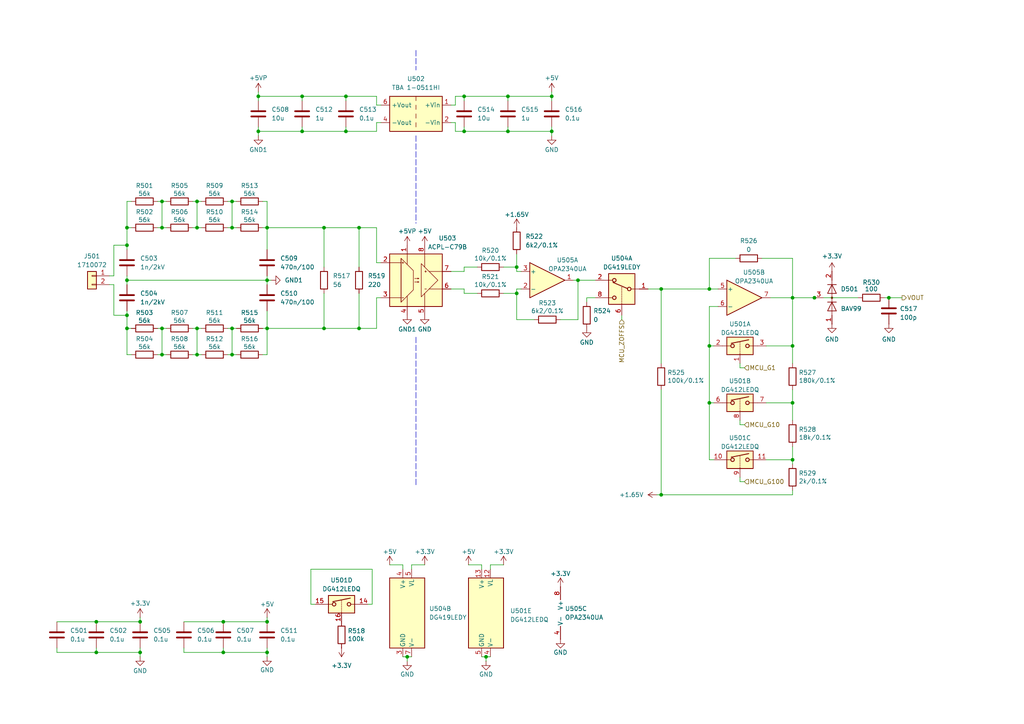
<source format=kicad_sch>
(kicad_sch (version 20231120) (generator "eeschema") (generator_version "8.0")
  (paper "A4")
  (lib_symbols
    (symbol "Amplifier_Operational:OPA2340" (pin_names (offset 0.127))
      (property "Reference" "U" (at 0 5.08 0))
      (property "Value" "OPA2340" (at 0 -5.08 0))
      (symbol "OPA2340_1_1"
        (pin output line (at 7.62 0 180) (length 2.54) (name "~") (number "1"))
        (pin input line (at -7.62 -2.54 0) (length 2.54) (name "-") (number "2"))
        (pin input line (at -7.62 2.54 0) (length 2.54) (name "+") (number "3"))
      )
      (symbol "OPA2340_2_1"
        (pin input line (at -7.62 2.54 0) (length 2.54) (name "+") (number "5"))
        (pin input line (at -7.62 -2.54 0) (length 2.54) (name "-") (number "6"))
        (pin output line (at 7.62 0 180) (length 2.54) (name "~") (number "7"))
      )
      (symbol "OPA2340_3_1"
        (pin power_in line (at -2.54 -7.62 90) (length 3.81) (name "V-") (number "4"))
        (pin power_in line (at -2.54 7.62 270) (length 3.81) (name "V+") (number "8"))
      )
    )
    (symbol "Analog_Switch:DG412xUE" (pin_names (offset 0.254))
      (property "Reference" "U" (at -3.175 5.334 0))
      (property "Value" "DG412xUE" (at -3.175 3.556 0))
      (symbol "DG412xUE_1_1"
        (pin input line (at 0 -5.08 90) (length 2.54) (name "~") (number "1"))
        (pin passive line (at -7.62 0 0) (length 2.54) (name "~") (number "2"))
        (pin passive line (at 7.62 0 180) (length 2.54) (name "~") (number "3"))
      )
      (symbol "DG412xUE_2_1"
        (pin passive line (at -7.62 0 0) (length 2.54) (name "~") (number "6"))
        (pin passive line (at 7.62 0 180) (length 2.54) (name "~") (number "7"))
        (pin input line (at 0 -5.08 90) (length 2.54) (name "~") (number "8"))
      )
      (symbol "DG412xUE_3_1"
        (pin passive line (at -7.62 0 0) (length 2.54) (name "~") (number "10"))
        (pin passive line (at 7.62 0 180) (length 2.54) (name "~") (number "11"))
        (pin input line (at 0 -5.08 90) (length 2.54) (name "~") (number "9"))
      )
      (symbol "DG412xUE_4_1"
        (pin passive line (at 7.62 0 180) (length 2.54) (name "~") (number "14"))
        (pin passive line (at -7.62 0 0) (length 2.54) (name "~") (number "15"))
        (pin input line (at 0 -5.08 90) (length 2.54) (name "~") (number "16"))
      )
      (symbol "DG412xUE_5_0"
        (pin power_in line (at 2.54 12.7 270) (length 2.54) (name "VL") (number "12"))
        (pin power_in line (at 0 12.7 270) (length 2.54) (name "V+") (number "13"))
        (pin power_in line (at 2.54 -12.7 90) (length 2.54) (name "V-") (number "4"))
        (pin power_in line (at 0 -12.7 90) (length 2.54) (name "GND") (number "5"))
      )
    )
    (symbol "Analog_Switch:DG419LDY" (pin_names (offset 0.254))
      (property "Reference" "U" (at -3.175 7.239 0))
      (property "Value" "DG419LDY" (at -3.175 5.461 0))
      (symbol "DG419LDY_1_1"
        (pin passive line (at -7.62 0 0) (length 2.54) (name "~") (number "1"))
        (pin passive line (at 7.62 2.54 180) (length 2.54) (name "~") (number "2"))
        (pin input line (at 0 -7.62 90) (length 2.54) (name "~") (number "6"))
        (pin passive line (at 7.62 -2.54 180) (length 2.54) (name "~") (number "8"))
      )
      (symbol "DG419LDY_2_0"
        (pin power_in line (at 0 -12.7 90) (length 2.54) (name "GND") (number "3"))
        (pin power_in line (at 0 12.7 270) (length 2.54) (name "V+") (number "4"))
        (pin power_in line (at 2.54 12.7 270) (length 2.54) (name "VL") (number "5"))
        (pin power_in line (at 2.54 -12.7 90) (length 2.54) (name "V-") (number "7"))
      )
    )
    (symbol "Connector_Generic:Conn_01x02" (pin_names (offset 1.016) hide)
      (property "Reference" "J" (at 0 2.54 0))
      (property "Value" "Conn_01x02" (at 0 -5.08 0))
      (symbol "Conn_01x02_1_1"
        (pin passive line (at -5.08 0 0) (length 3.81) (name "Pin_1") (number "1"))
        (pin passive line (at -5.08 -2.54 0) (length 3.81) (name "Pin_2") (number "2"))
      )
    )
    (symbol "Converter_DCDC:TBA1-0511E"
      (property "Reference" "U" (at -6.35 6.35 0))
      (property "Value" "TBA1-0511E" (at 2.54 6.35 0))
      (symbol "TBA1-0511E_1_1"
        (pin power_in line (at -10.16 2.54 0) (length 2.54) (name "+Vin") (number "1"))
        (pin power_in line (at -10.16 -2.54 0) (length 2.54) (name "-Vin") (number "2"))
        (pin power_out line (at 10.16 -2.54 180) (length 2.54) (name "-Vout") (number "4"))
        (pin power_out line (at 10.16 2.54 180) (length 2.54) (name "+Vout") (number "6"))
      )
    )
    (symbol "Device:C" (pin_numbers hide) (pin_names (offset 0.254))
      (property "Reference" "C" (at 0.635 2.54 0))
      (property "Value" "C" (at 0.635 -2.54 0))
      (symbol "C_1_1"
        (pin passive line (at 0 3.81 270) (length 2.794) (name "~") (number "1"))
        (pin passive line (at 0 -3.81 90) (length 2.794) (name "~") (number "2"))
      )
    )
    (symbol "Device:R" (pin_numbers hide) (pin_names (offset 0))
      (property "Reference" "R" (at 2.032 0 90))
      (property "Value" "R" (at 0 0 90))
      (symbol "R_1_1"
        (pin passive line (at 0 3.81 270) (length 1.27) (name "~") (number "1"))
        (pin passive line (at 0 -3.81 90) (length 1.27) (name "~") (number "2"))
      )
    )
    (symbol "Diode:BAV99" (pin_names hide)
      (property "Reference" "D" (at 0 5.08 0))
      (property "Value" "BAV99" (at 0 2.54 0))
      (symbol "BAV99_1_1"
        (pin passive line (at -7.62 0 0) (length 2.54) (name "K") (number "1"))
        (pin passive line (at 7.62 0 180) (length 2.54) (name "A") (number "2"))
        (pin passive line (at 0 -5.08 90) (length 2.54) (name "K") (number "3"))
      )
    )
    (symbol "ETH1ACPL-C79x:+1.65V" (power) (pin_numbers hide) (pin_names (offset 0) hide)
      (property "Value" "+1.65V" (at 0 3.556 0))
      (symbol "+1.65V_0_0"
        (pin power_in line (at 0 0 90) (length 0) (name "~") (number "1"))
      )
    )
    (symbol "Isolator_Analog:ACPL-C79B" (pin_names (offset 0) hide)
      (property "Reference" "U" (at -5.08 10.795 0))
      (property "Value" "ACPL-C79B" (at -5.08 8.89 0))
      (symbol "ACPL-C79B_1_1"
        (pin power_in line (at -2.54 10.16 270) (length 2.54) (name "VDD1") (number "1"))
        (pin input line (at -10.16 5.08 0) (length 2.54) (name "IN+") (number "2"))
        (pin input line (at -10.16 -5.08 0) (length 2.54) (name "IN-") (number "3"))
        (pin power_in line (at -2.54 -10.16 90) (length 2.54) (name "GND1") (number "4"))
        (pin power_in line (at 2.54 -10.16 90) (length 2.54) (name "GND2") (number "5"))
        (pin output line (at 10.16 -2.54 180) (length 2.54) (name "OUT-") (number "6"))
        (pin output line (at 10.16 2.54 180) (length 2.54) (name "OUT+") (number "7"))
        (pin power_in line (at 2.54 10.16 270) (length 2.54) (name "VDD2") (number "8"))
      )
    )
    (symbol "power:+3.3V" (power) (pin_numbers hide) (pin_names (offset 0) hide)
      (property "Value" "+3.3V" (at 0 3.556 0))
      (symbol "+3.3V_1_1"
        (pin power_in line (at 0 0 90) (length 0) (name "~") (number "1"))
      )
    )
    (symbol "power:+5V" (power) (pin_numbers hide) (pin_names (offset 0) hide)
      (property "Value" "+5V" (at 0 3.556 0))
      (symbol "+5V_1_1"
        (pin power_in line (at 0 0 90) (length 0) (name "~") (number "1"))
      )
    )
    (symbol "power:+5VP" (power) (pin_numbers hide) (pin_names (offset 0) hide)
      (property "Value" "+5VP" (at 0 3.556 0))
      (symbol "+5VP_1_1"
        (pin power_in line (at 0 0 90) (length 0) (name "~") (number "1"))
      )
    )
    (symbol "power:GND" (power) (pin_numbers hide) (pin_names (offset 0) hide)
      (property "Value" "GND" (at 0 -3.81 0))
      (symbol "GND_1_1"
        (pin power_in line (at 0 0 270) (length 0) (name "~") (number "1"))
      )
    )
    (symbol "power:GND1" (power) (pin_numbers hide) (pin_names (offset 0) hide)
      (property "Value" "GND1" (at 0 -3.81 0))
      (symbol "GND1_1_1"
        (pin power_in line (at 0 0 270) (length 0) (name "~") (number "1"))
      )
    )
  )
  (junction (at 147.32 27.94))
  (junction (at 93.98 66.04))
  (junction (at 205.74 83.82))
  (junction (at 134.62 27.94))
  (junction (at 36.83 81.28))
  (junction (at 229.87 86.36))
  (junction (at 67.31 66.04))
  (junction (at 147.32 38.1))
  (junction (at 67.31 95.25))
  (junction (at 93.98 95.25))
  (junction (at 46.99 102.87))
  (junction (at 87.63 27.94))
  (junction (at 77.47 95.25))
  (junction (at 46.99 95.25))
  (junction (at 67.31 58.42))
  (junction (at 46.99 66.04))
  (junction (at 229.87 133.35))
  (junction (at 40.64 189.23))
  (junction (at 74.93 38.1))
  (junction (at 36.83 95.25))
  (junction (at 46.99 58.42))
  (junction (at 149.86 77.47))
  (junction (at 167.64 81.28))
  (junction (at 67.31 102.87))
  (junction (at 160.02 38.1))
  (junction (at 205.74 100.33))
  (junction (at 40.64 180.34))
  (junction (at 27.94 189.23))
  (junction (at 57.15 66.04))
  (junction (at 77.47 81.28))
  (junction (at 100.33 27.94))
  (junction (at 229.87 116.84))
  (junction (at 104.14 95.25))
  (junction (at 149.86 85.09))
  (junction (at 118.11 190.5))
  (junction (at 64.77 189.23))
  (junction (at 57.15 58.42))
  (junction (at 236.22 86.36))
  (junction (at 74.93 27.94))
  (junction (at 140.97 190.5))
  (junction (at 36.83 66.04))
  (junction (at 27.94 180.34))
  (junction (at 77.47 189.23))
  (junction (at 191.77 83.82))
  (junction (at 229.87 100.33))
  (junction (at 160.02 27.94))
  (junction (at 191.77 143.51))
  (junction (at 104.14 66.04))
  (junction (at 36.83 91.44))
  (junction (at 134.62 38.1))
  (junction (at 36.83 71.12))
  (junction (at 77.47 180.34))
  (junction (at 77.47 66.04))
  (junction (at 87.63 38.1))
  (junction (at 100.33 38.1))
  (junction (at 257.81 86.36))
  (junction (at 64.77 180.34))
  (junction (at 57.15 95.25))
  (junction (at 205.74 116.84))
  (junction (at 57.15 102.87))
  (wire (pts (xy 149.86 78.74) (xy 149.86 77.47)))
  (wire (pts (xy 33.02 91.44) (xy 33.02 82.55)))
  (polyline (pts (xy 120.65 14.605) (xy 120.65 20.32)) (stroke (width 0) (type dash)))
  (wire (pts (xy 215.9 123.19) (xy 214.63 123.19)))
  (wire (pts (xy 55.88 66.04) (xy 57.15 66.04)))
  (wire (pts (xy 87.63 38.1) (xy 100.33 38.1)))
  (wire (pts (xy 66.04 66.04) (xy 67.31 66.04)))
  (wire (pts (xy 162.56 92.71) (xy 167.64 92.71)))
  (wire (pts (xy 77.47 189.23) (xy 77.47 187.96)))
  (wire (pts (xy 134.62 78.74) (xy 130.81 78.74)))
  (wire (pts (xy 77.47 102.87) (xy 76.2 102.87)))
  (wire (pts (xy 109.22 76.2) (xy 109.22 66.04)))
  (wire (pts (xy 134.62 27.94) (xy 147.32 27.94)))
  (wire (pts (xy 109.22 30.48) (xy 109.22 27.94)))
  (wire (pts (xy 36.83 91.44) (xy 36.83 95.25)))
  (wire (pts (xy 77.47 95.25) (xy 93.98 95.25)))
  (wire (pts (xy 109.22 66.04) (xy 104.14 66.04)))
  (wire (pts (xy 132.08 27.94) (xy 134.62 27.94)))
  (wire (pts (xy 57.15 66.04) (xy 58.42 66.04)))
  (wire (pts (xy 16.51 189.23) (xy 27.94 189.23)))
  (wire (pts (xy 205.74 133.35) (xy 205.74 116.84)))
  (wire (pts (xy 160.02 38.1) (xy 147.32 38.1)))
  (wire (pts (xy 132.08 38.1) (xy 132.08 35.56)))
  (wire (pts (xy 110.49 30.48) (xy 109.22 30.48)))
  (wire (pts (xy 257.81 86.36) (xy 261.62 86.36)))
  (wire (pts (xy 66.04 95.25) (xy 67.31 95.25)))
  (wire (pts (xy 67.31 66.04) (xy 68.58 66.04)))
  (wire (pts (xy 229.87 143.51) (xy 229.87 142.24)))
  (wire (pts (xy 109.22 95.25) (xy 104.14 95.25)))
  (wire (pts (xy 134.62 85.09) (xy 134.62 83.82)))
  (wire (pts (xy 205.74 116.84) (xy 205.74 100.33)))
  (wire (pts (xy 107.95 175.26) (xy 106.68 175.26)))
  (wire (pts (xy 100.33 38.1) (xy 100.33 36.83)))
  (wire (pts (xy 46.99 95.25) (xy 46.99 102.87)))
  (wire (pts (xy 46.99 58.42) (xy 46.99 66.04)))
  (wire (pts (xy 64.77 180.34) (xy 77.47 180.34)))
  (wire (pts (xy 55.88 102.87) (xy 57.15 102.87)))
  (wire (pts (xy 160.02 36.83) (xy 160.02 38.1)))
  (wire (pts (xy 205.74 100.33) (xy 207.01 100.33)))
  (wire (pts (xy 77.47 81.28) (xy 78.74 81.28)))
  (wire (pts (xy 57.15 58.42) (xy 57.15 66.04)))
  (wire (pts (xy 147.32 27.94) (xy 147.32 29.21)))
  (wire (pts (xy 140.97 190.5) (xy 140.97 191.77)))
  (wire (pts (xy 134.62 38.1) (xy 134.62 36.83)))
  (wire (pts (xy 104.14 77.47) (xy 104.14 66.04)))
  (wire (pts (xy 64.77 189.23) (xy 77.47 189.23)))
  (wire (pts (xy 77.47 90.17) (xy 77.47 95.25)))
  (wire (pts (xy 57.15 95.25) (xy 57.15 102.87)))
  (wire (pts (xy 154.94 92.71) (xy 149.86 92.71)))
  (wire (pts (xy 222.25 100.33) (xy 229.87 100.33)))
  (wire (pts (xy 160.02 39.37) (xy 160.02 38.1)))
  (wire (pts (xy 205.74 100.33) (xy 205.74 88.9)))
  (wire (pts (xy 180.34 91.44) (xy 180.34 92.71)))
  (wire (pts (xy 38.1 102.87) (xy 36.83 102.87)))
  (wire (pts (xy 134.62 77.47) (xy 134.62 78.74)))
  (wire (pts (xy 167.64 81.28) (xy 166.37 81.28)))
  (wire (pts (xy 109.22 38.1) (xy 100.33 38.1)))
  (wire (pts (xy 67.31 102.87) (xy 68.58 102.87)))
  (wire (pts (xy 191.77 113.03) (xy 191.77 143.51)))
  (wire (pts (xy 214.63 106.68) (xy 214.63 105.41)))
  (wire (pts (xy 229.87 86.36) (xy 223.52 86.36)))
  (wire (pts (xy 77.47 81.28) (xy 77.47 80.01)))
  (wire (pts (xy 205.74 83.82) (xy 208.28 83.82)))
  (wire (pts (xy 53.34 180.34) (xy 64.77 180.34)))
  (wire (pts (xy 160.02 29.21) (xy 160.02 27.94)))
  (wire (pts (xy 77.47 81.28) (xy 77.47 82.55)))
  (wire (pts (xy 205.74 83.82) (xy 205.74 74.93)))
  (wire (pts (xy 116.84 190.5) (xy 118.11 190.5)))
  (wire (pts (xy 36.83 81.28) (xy 77.47 81.28)))
  (wire (pts (xy 36.83 71.12) (xy 36.83 72.39)))
  (wire (pts (xy 147.32 38.1) (xy 134.62 38.1)))
  (wire (pts (xy 33.02 71.12) (xy 36.83 71.12)))
  (wire (pts (xy 66.04 58.42) (xy 67.31 58.42)))
  (wire (pts (xy 55.88 95.25) (xy 57.15 95.25)))
  (wire (pts (xy 93.98 77.47) (xy 93.98 66.04)))
  (wire (pts (xy 236.22 86.36) (xy 248.92 86.36)))
  (wire (pts (xy 45.72 102.87) (xy 46.99 102.87)))
  (wire (pts (xy 67.31 95.25) (xy 68.58 95.25)))
  (wire (pts (xy 146.05 77.47) (xy 149.86 77.47)))
  (polyline (pts (xy 120.65 39.37) (xy 120.65 64.77)) (stroke (width 0) (type dash)))
  (wire (pts (xy 109.22 86.36) (xy 109.22 95.25)))
  (wire (pts (xy 31.75 82.55) (xy 33.02 82.55)))
  (wire (pts (xy 53.34 187.96) (xy 53.34 189.23)))
  (wire (pts (xy 229.87 133.35) (xy 229.87 129.54)))
  (wire (pts (xy 36.83 66.04) (xy 36.83 58.42)))
  (wire (pts (xy 160.02 26.67) (xy 160.02 27.94)))
  (wire (pts (xy 36.83 81.28) (xy 36.83 82.55)))
  (wire (pts (xy 36.83 80.01) (xy 36.83 81.28)))
  (wire (pts (xy 31.75 80.01) (xy 33.02 80.01)))
  (wire (pts (xy 109.22 35.56) (xy 109.22 38.1)))
  (wire (pts (xy 132.08 38.1) (xy 134.62 38.1)))
  (wire (pts (xy 229.87 133.35) (xy 229.87 134.62)))
  (wire (pts (xy 167.64 92.71) (xy 167.64 81.28)))
  (wire (pts (xy 146.05 163.83) (xy 142.24 163.83)))
  (wire (pts (xy 191.77 83.82) (xy 191.77 105.41)))
  (wire (pts (xy 76.2 95.25) (xy 77.47 95.25)))
  (wire (pts (xy 87.63 36.83) (xy 87.63 38.1)))
  (wire (pts (xy 45.72 95.25) (xy 46.99 95.25)))
  (wire (pts (xy 146.05 85.09) (xy 149.86 85.09)))
  (wire (pts (xy 132.08 30.48) (xy 130.81 30.48)))
  (wire (pts (xy 46.99 95.25) (xy 48.26 95.25)))
  (wire (pts (xy 191.77 143.51) (xy 229.87 143.51)))
  (wire (pts (xy 139.7 165.1) (xy 139.7 163.83)))
  (wire (pts (xy 57.15 58.42) (xy 58.42 58.42)))
  (wire (pts (xy 33.02 71.12) (xy 33.02 80.01)))
  (wire (pts (xy 36.83 58.42) (xy 38.1 58.42)))
  (wire (pts (xy 205.74 88.9) (xy 208.28 88.9)))
  (wire (pts (xy 100.33 27.94) (xy 87.63 27.94)))
  (wire (pts (xy 229.87 116.84) (xy 229.87 113.03)))
  (wire (pts (xy 187.96 83.82) (xy 191.77 83.82)))
  (wire (pts (xy 151.13 83.82) (xy 149.86 83.82)))
  (wire (pts (xy 132.08 35.56) (xy 130.81 35.56)))
  (wire (pts (xy 139.7 163.83) (xy 135.89 163.83)))
  (wire (pts (xy 256.54 86.36) (xy 257.81 86.36)))
  (wire (pts (xy 36.83 90.17) (xy 36.83 91.44)))
  (wire (pts (xy 104.14 95.25) (xy 104.14 85.09)))
  (wire (pts (xy 90.17 175.26) (xy 90.17 165.1)))
  (wire (pts (xy 93.98 95.25) (xy 93.98 85.09)))
  (wire (pts (xy 74.93 27.94) (xy 74.93 29.21)))
  (wire (pts (xy 110.49 86.36) (xy 109.22 86.36)))
  (wire (pts (xy 119.38 163.83) (xy 119.38 165.1)))
  (wire (pts (xy 229.87 116.84) (xy 229.87 121.92)))
  (wire (pts (xy 138.43 77.47) (xy 134.62 77.47)))
  (wire (pts (xy 205.74 116.84) (xy 207.01 116.84)))
  (wire (pts (xy 118.11 190.5) (xy 118.11 191.77)))
  (wire (pts (xy 77.47 66.04) (xy 76.2 66.04)))
  (wire (pts (xy 170.18 86.36) (xy 172.72 86.36)))
  (wire (pts (xy 215.9 106.68) (xy 214.63 106.68)))
  (wire (pts (xy 77.47 95.25) (xy 77.47 102.87)))
  (wire (pts (xy 222.25 133.35) (xy 229.87 133.35)))
  (wire (pts (xy 38.1 66.04) (xy 36.83 66.04)))
  (wire (pts (xy 40.64 179.07) (xy 40.64 180.34)))
  (wire (pts (xy 132.08 27.94) (xy 132.08 30.48)))
  (wire (pts (xy 36.83 95.25) (xy 38.1 95.25)))
  (wire (pts (xy 74.93 38.1) (xy 87.63 38.1)))
  (wire (pts (xy 77.47 58.42) (xy 77.47 66.04)))
  (wire (pts (xy 46.99 66.04) (xy 48.26 66.04)))
  (wire (pts (xy 149.86 85.09) (xy 149.86 92.71)))
  (wire (pts (xy 33.02 91.44) (xy 36.83 91.44)))
  (wire (pts (xy 67.31 58.42) (xy 68.58 58.42)))
  (wire (pts (xy 167.64 81.28) (xy 172.72 81.28)))
  (wire (pts (xy 36.83 66.04) (xy 36.83 71.12)))
  (wire (pts (xy 55.88 58.42) (xy 57.15 58.42)))
  (wire (pts (xy 215.9 139.7) (xy 214.63 139.7)))
  (wire (pts (xy 77.47 66.04) (xy 93.98 66.04)))
  (wire (pts (xy 45.72 58.42) (xy 46.99 58.42)))
  (wire (pts (xy 36.83 102.87) (xy 36.83 95.25)))
  (wire (pts (xy 66.04 102.87) (xy 67.31 102.87)))
  (wire (pts (xy 149.86 83.82) (xy 149.86 85.09)))
  (wire (pts (xy 40.64 189.23) (xy 40.64 187.96)))
  (wire (pts (xy 90.17 165.1) (xy 107.95 165.1)))
  (wire (pts (xy 67.31 95.25) (xy 67.31 102.87)))
  (wire (pts (xy 46.99 58.42) (xy 48.26 58.42)))
  (wire (pts (xy 190.5 143.51) (xy 191.77 143.51)))
  (wire (pts (xy 147.32 36.83) (xy 147.32 38.1)))
  (wire (pts (xy 134.62 27.94) (xy 134.62 29.21)))
  (wire (pts (xy 76.2 58.42) (xy 77.47 58.42)))
  (wire (pts (xy 46.99 102.87) (xy 48.26 102.87)))
  (wire (pts (xy 40.64 190.5) (xy 40.64 189.23)))
  (wire (pts (xy 207.01 133.35) (xy 205.74 133.35)))
  (wire (pts (xy 27.94 187.96) (xy 27.94 189.23)))
  (wire (pts (xy 229.87 100.33) (xy 229.87 86.36)))
  (wire (pts (xy 77.47 66.04) (xy 77.47 72.39)))
  (polyline (pts (xy 120.65 97.79) (xy 120.65 140.97)) (stroke (width 0) (type dash)))
  (wire (pts (xy 110.49 76.2) (xy 109.22 76.2)))
  (wire (pts (xy 214.63 139.7) (xy 214.63 138.43)))
  (wire (pts (xy 107.95 165.1) (xy 107.95 175.26)))
  (wire (pts (xy 57.15 95.25) (xy 58.42 95.25)))
  (wire (pts (xy 64.77 187.96) (xy 64.77 189.23)))
  (wire (pts (xy 74.93 26.67) (xy 74.93 27.94)))
  (wire (pts (xy 77.47 190.5) (xy 77.47 189.23)))
  (wire (pts (xy 45.72 66.04) (xy 46.99 66.04)))
  (wire (pts (xy 149.86 73.66) (xy 149.86 77.47)))
  (wire (pts (xy 170.18 87.63) (xy 170.18 86.36)))
  (wire (pts (xy 100.33 27.94) (xy 109.22 27.94)))
  (wire (pts (xy 110.49 35.56) (xy 109.22 35.56)))
  (wire (pts (xy 100.33 29.21) (xy 100.33 27.94)))
  (wire (pts (xy 139.7 190.5) (xy 140.97 190.5)))
  (wire (pts (xy 53.34 189.23) (xy 64.77 189.23)))
  (wire (pts (xy 236.22 86.36) (xy 229.87 86.36)))
  (wire (pts (xy 138.43 85.09) (xy 134.62 85.09)))
  (wire (pts (xy 74.93 38.1) (xy 74.93 36.83)))
  (wire (pts (xy 93.98 66.04) (xy 104.14 66.04)))
  (wire (pts (xy 116.84 165.1) (xy 116.84 163.83)))
  (wire (pts (xy 57.15 102.87) (xy 58.42 102.87)))
  (wire (pts (xy 91.44 175.26) (xy 90.17 175.26)))
  (wire (pts (xy 87.63 27.94) (xy 74.93 27.94)))
  (wire (pts (xy 147.32 27.94) (xy 160.02 27.94)))
  (wire (pts (xy 142.24 163.83) (xy 142.24 165.1)))
  (wire (pts (xy 77.47 179.07) (xy 77.47 180.34)))
  (wire (pts (xy 93.98 95.25) (xy 104.14 95.25)))
  (wire (pts (xy 229.87 105.41) (xy 229.87 100.33)))
  (wire (pts (xy 191.77 83.82) (xy 205.74 83.82)))
  (wire (pts (xy 134.62 83.82) (xy 130.81 83.82)))
  (wire (pts (xy 229.87 74.93) (xy 229.87 86.36)))
  (wire (pts (xy 27.94 180.34) (xy 40.64 180.34)))
  (wire (pts (xy 151.13 78.74) (xy 149.86 78.74)))
  (wire (pts (xy 16.51 180.34) (xy 27.94 180.34)))
  (wire (pts (xy 222.25 116.84) (xy 229.87 116.84)))
  (wire (pts (xy 123.19 163.83) (xy 119.38 163.83)))
  (wire (pts (xy 140.97 190.5) (xy 142.24 190.5)))
  (wire (pts (xy 214.63 123.19) (xy 214.63 121.92)))
  (wire (pts (xy 67.31 58.42) (xy 67.31 66.04)))
  (wire (pts (xy 87.63 27.94) (xy 87.63 29.21)))
  (wire (pts (xy 116.84 163.83) (xy 113.03 163.83)))
  (wire (pts (xy 220.98 74.93) (xy 229.87 74.93)))
  (wire (pts (xy 27.94 189.23) (xy 40.64 189.23)))
  (wire (pts (xy 205.74 74.93) (xy 213.36 74.93)))
  (wire (pts (xy 118.11 190.5) (xy 119.38 190.5)))
  (wire (pts (xy 16.51 187.96) (xy 16.51 189.23)))
  (wire (pts (xy 74.93 39.37) (xy 74.93 38.1)))
  (hierarchical_label "VOUT" (shape output) (at 261.62 86.36 0))
  (hierarchical_label "MCU_ZOFFS" (shape input) (at 180.34 92.71 270))
  (hierarchical_label "MCU_G100" (shape input) (at 215.9 139.7 0))
  (hierarchical_label "MCU_G1" (shape input) (at 215.9 106.68 0))
  (hierarchical_label "MCU_G10" (shape input) (at 215.9 123.19 0))
  (symbol (lib_id "Device:C") (at 77.47 184.15 0) (unit 1)
    (property "Reference" "C511" (at 81.28 182.88 0) (effects (justify left)))
    (property "Value" "0.1u" (at 81.28 185.42 0) (effects (justify left)))
    (property "Footprint" "Capacitor_SMD:C_0603_1608Metric_Pad1.08x0.95mm_HandSolder" (effects (hide yes)))
  )
  (symbol (lib_id "Amplifier_Operational:OPA2340") (at 215.9 86.36 0) (unit 2)
    (property "Reference" "U505" (at 218.694 78.994 0))
    (property "Value" "OPA2340UA" (at 218.694 81.534 0))
    (property "Footprint" "Package_SO:SOIC-8_3.9x4.9mm_P1.27mm" (effects (hide yes)))
    (property "Datasheet" "http://www.ti.com/lit/ds/symlink/opa4340.pdf" (effects (hide yes)))
    (property "Description" "Dual Single-Supply, Rail-to-Rail Operational Amplifiers, MicroAmplifier Series, DIP-8/SOIC-8/SSOP-8" (effects (hide yes)))
  )
  (symbol (lib_id "Device:R") (at 41.91 102.87 90) (unit 1)
    (property "Reference" "R504" (at 41.91 98.298 90))
    (property "Value" "56k" (at 41.91 100.584 90))
    (property "Footprint" "Resistor_SMD:R_1206_3216Metric_Pad1.30x1.75mm_HandSolder" (effects (hide yes)))
    (property "Description" "Resistor" (effects (hide yes)))
  )
  (symbol (lib_id "Device:R") (at 149.86 69.85 0) (unit 1)
    (property "Reference" "R522" (at 152.4 68.5799 0) (effects (justify left)))
    (property "Value" "6k2/0.1%" (at 152.4 71.1199 0) (effects (justify left)))
    (property "Footprint" "Resistor_SMD:R_0603_1608Metric_Pad0.98x0.95mm_HandSolder" (effects (hide yes)))
    (property "Description" "Resistor" (effects (hide yes)))
  )
  (symbol (lib_id "Device:C") (at 160.02 33.02 0) (unit 1)
    (property "Reference" "C516" (at 163.83 31.7499 0) (effects (justify left)))
    (property "Value" "0.1u" (at 163.83 34.2899 0) (effects (justify left)))
    (property "Footprint" "Capacitor_SMD:C_0603_1608Metric_Pad1.08x0.95mm_HandSolder" (effects (hide yes)))
    (property "Description" "Unpolarized capacitor" (effects (hide yes)))
  )
  (symbol (lib_id "Device:R") (at 41.91 66.04 90) (unit 1)
    (property "Reference" "R502" (at 41.91 61.468 90))
    (property "Value" "56k" (at 41.91 63.754 90))
    (property "Footprint" "Resistor_SMD:R_1206_3216Metric_Pad1.30x1.75mm_HandSolder" (effects (hide yes)))
    (property "Description" "Resistor" (effects (hide yes)))
  )
  (symbol (lib_id "Device:R") (at 52.07 58.42 90) (unit 1)
    (property "Reference" "R505" (at 52.07 53.848 90))
    (property "Value" "56k" (at 52.07 56.134 90))
    (property "Footprint" "Resistor_SMD:R_1206_3216Metric_Pad1.30x1.75mm_HandSolder" (effects (hide yes)))
    (property "Description" "Resistor" (effects (hide yes)))
  )
  (symbol (lib_id "Device:C") (at 40.64 184.15 0) (unit 1)
    (property "Reference" "C505" (at 44.45 182.88 0) (effects (justify left)))
    (property "Value" "0.1u" (at 44.45 185.42 0) (effects (justify left)))
    (property "Footprint" "Capacitor_SMD:C_0603_1608Metric_Pad1.08x0.95mm_HandSolder" (effects (hide yes)))
  )
  (symbol (lib_id "power:+5V") (at 160.02 26.67 0) (unit 1)
    (property "Reference" "#PWR0520" (effects (hide yes)))
    (property "Value" "+5V" (at 160.02 22.606 0))
    (property "Description" "Power symbol creates a global label with name \"+5V\"" (effects (hide yes)))
  )
  (symbol (lib_id "Device:R") (at 229.87 109.22 0) (unit 1)
    (property "Reference" "R527" (at 231.648 108.0516 0) (effects (justify left)))
    (property "Value" "180k/0.1%" (at 231.648 110.363 0) (effects (justify left)))
    (property "Footprint" "Resistor_SMD:R_0603_1608Metric_Pad0.98x0.95mm_HandSolder" (effects (hide yes)))
  )
  (symbol (lib_id "Device:R") (at 158.75 92.71 90) (unit 1)
    (property "Reference" "R523" (at 158.75 87.884 90))
    (property "Value" "6k2/0.1%" (at 158.75 90.17 90))
    (property "Footprint" "Resistor_SMD:R_0603_1608Metric_Pad0.98x0.95mm_HandSolder" (effects (hide yes)))
    (property "Description" "Resistor" (effects (hide yes)))
  )
  (symbol (lib_id "power:GND") (at 162.56 185.42 0) (unit 1)
    (property "Reference" "#PWR0523" (effects (hide yes)))
    (property "Value" "GND" (at 162.56 189.23 0))
    (property "Description" "Power symbol creates a global label with name \"GND\" , ground" (effects (hide yes)))
  )
  (symbol (lib_id "Device:C") (at 87.63 33.02 0) (unit 1)
    (property "Reference" "C512" (at 91.44 31.7499 0) (effects (justify left)))
    (property "Value" "1u" (at 91.44 34.2899 0) (effects (justify left)))
    (property "Footprint" "Capacitor_SMD:C_0603_1608Metric_Pad1.08x0.95mm_HandSolder" (effects (hide yes)))
    (property "Description" "Unpolarized capacitor" (effects (hide yes)))
  )
  (symbol (lib_id "power:GND1") (at 118.11 91.44 0) (unit 1)
    (property "Reference" "#PWR0511" (effects (hide yes)))
    (property "Value" "GND1" (at 118.11 95.504 0))
    (property "Description" "Power symbol creates a global label with name \"GND1\" , ground" (effects (hide yes)))
  )
  (symbol (lib_id "Device:R") (at 72.39 102.87 90) (unit 1)
    (property "Reference" "R516" (at 72.39 98.298 90))
    (property "Value" "56k" (at 72.39 100.584 90))
    (property "Footprint" "Resistor_SMD:R_1206_3216Metric_Pad1.30x1.75mm_HandSolder" (effects (hide yes)))
    (property "Description" "Resistor" (effects (hide yes)))
  )
  (symbol (lib_id "Device:C") (at 134.62 33.02 0) (unit 1)
    (property "Reference" "C514" (at 138.43 31.7499 0) (effects (justify left)))
    (property "Value" "10u" (at 138.43 34.2899 0) (effects (justify left)))
    (property "Footprint" "Capacitor_SMD:C_1206_3216Metric_Pad1.33x1.80mm_HandSolder" (effects (hide yes)))
    (property "Description" "Unpolarized capacitor" (effects (hide yes)))
  )
  (symbol (lib_id "Device:R") (at 72.39 95.25 90) (unit 1)
    (property "Reference" "R515" (at 72.39 90.678 90))
    (property "Value" "56k" (at 72.39 92.964 90))
    (property "Footprint" "Resistor_SMD:R_1206_3216Metric_Pad1.30x1.75mm_HandSolder" (effects (hide yes)))
    (property "Description" "Resistor" (effects (hide yes)))
  )
  (symbol (lib_id "power:GND") (at 123.19 91.44 0) (unit 1)
    (property "Reference" "#PWR0514" (effects (hide yes)))
    (property "Value" "GND" (at 123.19 95.504 0))
    (property "Description" "Power symbol creates a global label with name \"GND\" , ground" (effects (hide yes)))
  )
  (symbol (lib_id "power:GND1") (at 74.93 39.37 0) (unit 1)
    (property "Reference" "#PWR0504" (effects (hide yes)))
    (property "Value" "GND1" (at 74.93 43.434 0))
    (property "Description" "Power symbol creates a global label with name \"GND1\" , ground" (effects (hide yes)))
  )
  (symbol (lib_id "Device:R") (at 142.24 77.47 90) (unit 1)
    (property "Reference" "R520" (at 142.24 72.644 90))
    (property "Value" "10k/0.1%" (at 142.24 74.93 90))
    (property "Footprint" "Resistor_SMD:R_0603_1608Metric_Pad0.98x0.95mm_HandSolder" (effects (hide yes)))
    (property "Description" "Resistor" (effects (hide yes)))
  )
  (symbol (lib_id "power:+5V") (at 77.47 179.07 0) (unit 1)
    (property "Reference" "#PWR0506" (effects (hide yes)))
    (property "Value" "+5V" (at 77.47 175.26 0))
    (property "Description" "Power symbol creates a global label with name \"+5V\"" (effects (hide yes)))
  )
  (symbol (lib_id "Device:C") (at 77.47 76.2 0) (unit 1)
    (property "Reference" "C509" (at 81.28 74.9299 0) (effects (justify left)))
    (property "Value" "470n/100" (at 81.28 77.4699 0) (effects (justify left)))
    (property "Footprint" "Capacitor_SMD:C_0603_1608Metric_Pad1.08x0.95mm_HandSolder" (effects (hide yes)))
    (property "Description" "Unpolarized capacitor" (effects (hide yes)))
  )
  (symbol (lib_id "Device:R") (at 62.23 102.87 90) (unit 1)
    (property "Reference" "R512" (at 62.23 98.298 90))
    (property "Value" "56k" (at 62.23 100.584 90))
    (property "Footprint" "Resistor_SMD:R_1206_3216Metric_Pad1.30x1.75mm_HandSolder" (effects (hide yes)))
    (property "Description" "Resistor" (effects (hide yes)))
  )
  (symbol (lib_id "Device:R") (at 93.98 81.28 0) (unit 1)
    (property "Reference" "R517" (at 96.52 80.0099 0) (effects (justify left)))
    (property "Value" "56" (at 96.52 82.5499 0) (effects (justify left)))
    (property "Footprint" "Resistor_SMD:R_0603_1608Metric_Pad0.98x0.95mm_HandSolder" (effects (hide yes)))
    (property "Description" "Resistor" (effects (hide yes)))
  )
  (symbol (lib_id "Amplifier_Operational:OPA2340") (at 158.75 81.28 0) (unit 1)
    (property "Reference" "U505" (at 164.592 75.438 0))
    (property "Value" "OPA2340UA" (at 164.592 77.978 0))
    (property "Footprint" "Package_SO:SOIC-8_3.9x4.9mm_P1.27mm" (effects (hide yes)))
    (property "Datasheet" "http://www.ti.com/lit/ds/symlink/opa4340.pdf" (effects (hide yes)))
    (property "Description" "Dual Single-Supply, Rail-to-Rail Operational Amplifiers, MicroAmplifier Series, DIP-8/SOIC-8/SSOP-8" (effects (hide yes)))
  )
  (symbol (lib_id "ETH1ACPL-C79x:+1.65V") (at 190.5 143.51 90) (unit 1)
    (property "Reference" "#PWR0525" (effects (hide yes)))
    (property "Value" "+1.65V" (at 186.69 143.5099 90) (effects (justify left)))
    (property "Description" "Power symbol creates a global label with name \"+1.65V\"" (effects (hide yes)))
  )
  (symbol (lib_id "Connector_Generic:Conn_01x02") (at 26.67 80.01 0) (mirror y) (unit 1)
    (property "Reference" "J501" (at 26.67 74.295 0))
    (property "Value" "1710072" (at 26.67 76.835 0))
    (property "Footprint" "ETH1ACPL-C79x:1710072" (effects (hide yes)))
  )
  (symbol (lib_id "Analog_Switch:DG412xUE") (at 99.06 175.26 0) (unit 4)
    (property "Reference" "U501" (at 99.06 168.275 0))
    (property "Value" "DG412LEDQ" (at 99.06 170.815 0))
    (property "Footprint" "Package_SO:TSSOP-16_4.4x5mm_P0.65mm" (effects (hide yes)))
    (property "Datasheet" "https://datasheets.maximintegrated.com/en/ds/DG411-DG413.pdf" (effects (hide yes)))
  )
  (symbol (lib_id "Device:C") (at 16.51 184.15 0) (unit 1)
    (property "Reference" "C501" (at 20.32 182.88 0) (effects (justify left)))
    (property "Value" "0.1u" (at 20.32 185.42 0) (effects (justify left)))
    (property "Footprint" "Capacitor_SMD:C_0603_1608Metric_Pad1.08x0.95mm_HandSolder" (effects (hide yes)))
  )
  (symbol (lib_id "power:GND") (at 160.02 39.37 0) (unit 1)
    (property "Reference" "#PWR0521" (effects (hide yes)))
    (property "Value" "GND" (at 160.02 43.434 0))
    (property "Description" "Power symbol creates a global label with name \"GND\" , ground" (effects (hide yes)))
  )
  (symbol (lib_id "Device:R") (at 52.07 95.25 90) (unit 1)
    (property "Reference" "R507" (at 52.07 90.678 90))
    (property "Value" "56k" (at 52.07 92.964 90))
    (property "Footprint" "Resistor_SMD:R_1206_3216Metric_Pad1.30x1.75mm_HandSolder" (effects (hide yes)))
    (property "Description" "Resistor" (effects (hide yes)))
  )
  (symbol (lib_id "power:+3.3V") (at 241.3 78.74 0) (unit 1)
    (property "Reference" "#PWR0526" (effects (hide yes)))
    (property "Value" "+3.3V" (at 241.3 74.295 0))
    (property "Description" "Power symbol creates a global label with name \"+3.3V\"" (effects (hide yes)))
  )
  (symbol (lib_id "power:+3.3V") (at 123.19 163.83 0) (unit 1)
    (property "Reference" "#PWR0515" (effects (hide yes)))
    (property "Value" "+3.3V" (at 123.19 160.02 0))
    (property "Description" "Power symbol creates a global label with name \"+3.3V\"" (effects (hide yes)))
  )
  (symbol (lib_id "Device:R") (at 62.23 95.25 90) (unit 1)
    (property "Reference" "R511" (at 62.23 90.678 90))
    (property "Value" "56k" (at 62.23 92.964 90))
    (property "Footprint" "Resistor_SMD:R_1206_3216Metric_Pad1.30x1.75mm_HandSolder" (effects (hide yes)))
    (property "Description" "Resistor" (effects (hide yes)))
  )
  (symbol (lib_id "Analog_Switch:DG419LDY") (at 116.84 177.8 0) (unit 2)
    (property "Reference" "U504" (at 124.46 176.53 0) (effects (justify left)))
    (property "Value" "DG419LEDY" (at 124.46 179.07 0) (effects (justify left)))
    (property "Footprint" "Package_SO:SOIC-8_3.9x4.9mm_P1.27mm" (effects (hide yes)))
    (property "Datasheet" "https://datasheets.maximintegrated.com/en/ds/DG417-DG419.pdf" (effects (hide yes)))
  )
  (symbol (lib_id "Device:C") (at 257.81 90.17 0) (unit 1)
    (property "Reference" "C517" (at 260.985 89.535 0) (effects (justify left)))
    (property "Value" "100p" (at 260.985 92.075 0) (effects (justify left)))
    (property "Footprint" "Capacitor_SMD:C_0603_1608Metric_Pad1.08x0.95mm_HandSolder" (effects (hide yes)))
  )
  (symbol (lib_id "Device:C") (at 53.34 184.15 0) (unit 1)
    (property "Reference" "C506" (at 57.15 182.88 0) (effects (justify left)))
    (property "Value" "0.1u" (at 57.15 185.42 0) (effects (justify left)))
    (property "Footprint" "Capacitor_SMD:C_0603_1608Metric_Pad1.08x0.95mm_HandSolder" (effects (hide yes)))
  )
  (symbol (lib_id "Converter_DCDC:TBA1-0511E") (at 120.65 33.02 0) (mirror y) (unit 1)
    (property "Reference" "U502" (at 120.65 22.86 0))
    (property "Value" "TBA 1-0511HI" (at 120.65 25.4 0))
    (property "Footprint" "ETH1ACPL-C79x:TBA1" (effects (hide yes)))
    (property "Datasheet" "https://www.tracopower.com/products/tba1e.pdf" (effects (hide yes)))
    (property "Description" "1W DC/DC converter unregulated, 4.5-5.5V input, 5V fixed output voltage, 200mA output, 1.5kVDC isolation, SIP-7" (effects (hide yes)))
  )
  (symbol (lib_id "Analog_Switch:DG412xUE") (at 139.7 177.8 0) (unit 5)
    (property "Reference" "U501" (at 147.955 177.165 0) (effects (justify left)))
    (property "Value" "DG412LEDQ" (at 147.955 179.705 0) (effects (justify left)))
    (property "Footprint" "Package_SO:TSSOP-16_4.4x5mm_P0.65mm" (effects (hide yes)))
    (property "Datasheet" "https://datasheets.maximintegrated.com/en/ds/DG411-DG413.pdf" (effects (hide yes)))
  )
  (symbol (lib_id "Device:R") (at 142.24 85.09 90) (unit 1)
    (property "Reference" "R521" (at 142.24 80.264 90))
    (property "Value" "10k/0.1%" (at 142.24 82.55 90))
    (property "Footprint" "Resistor_SMD:R_0603_1608Metric_Pad0.98x0.95mm_HandSolder" (effects (hide yes)))
    (property "Description" "Resistor" (effects (hide yes)))
  )
  (symbol (lib_id "Device:R") (at 72.39 66.04 90) (unit 1)
    (property "Reference" "R514" (at 72.39 61.468 90))
    (property "Value" "56k" (at 72.39 63.754 90))
    (property "Footprint" "Resistor_SMD:R_1206_3216Metric_Pad1.30x1.75mm_HandSolder" (effects (hide yes)))
    (property "Description" "Resistor" (effects (hide yes)))
  )
  (symbol (lib_id "power:GND") (at 170.18 95.25 0) (unit 1)
    (property "Reference" "#PWR0524" (effects (hide yes)))
    (property "Value" "GND" (at 170.18 99.314 0))
    (property "Description" "Power symbol creates a global label with name \"GND\" , ground" (effects (hide yes)))
  )
  (symbol (lib_id "power:+5VP") (at 118.11 71.12 0) (unit 1)
    (property "Reference" "#PWR0510" (effects (hide yes)))
    (property "Value" "+5VP" (at 118.11 67.056 0))
    (property "Description" "Power symbol creates a global label with name \"+5VP\"" (effects (hide yes)))
  )
  (symbol (lib_id "Analog_Switch:DG412xUE") (at 214.63 133.35 0) (unit 3)
    (property "Reference" "U501" (at 214.63 127 0))
    (property "Value" "DG412LEDQ" (at 214.63 129.54 0))
    (property "Footprint" "Package_SO:TSSOP-16_4.4x5mm_P0.65mm" (effects (hide yes)))
    (property "Datasheet" "https://datasheets.maximintegrated.com/en/ds/DG411-DG413.pdf" (effects (hide yes)))
  )
  (symbol (lib_id "power:+3.3V") (at 40.64 179.07 0) (unit 1)
    (property "Reference" "#PWR0501" (effects (hide yes)))
    (property "Value" "+3.3V" (at 40.64 175.006 0))
    (property "Description" "Power symbol creates a global label with name \"+3.3V\"" (effects (hide yes)))
  )
  (symbol (lib_id "Device:R") (at 217.17 74.93 90) (unit 1)
    (property "Reference" "R526" (at 217.17 69.85 90))
    (property "Value" "0" (at 217.17 72.39 90))
    (property "Footprint" "Resistor_SMD:R_0603_1608Metric_Pad0.98x0.95mm_HandSolder" (effects (hide yes)))
  )
  (symbol (lib_id "power:GND") (at 140.97 191.77 0) (unit 1)
    (property "Reference" "#PWR0517" (effects (hide yes)))
    (property "Value" "GND" (at 140.97 195.58 0))
    (property "Description" "Power symbol creates a global label with name \"GND\" , ground" (effects (hide yes)))
  )
  (symbol (lib_id "Device:R") (at 229.87 125.73 0) (unit 1)
    (property "Reference" "R528" (at 231.648 124.5616 0) (effects (justify left)))
    (property "Value" "18k/0.1%" (at 231.648 126.873 0) (effects (justify left)))
    (property "Footprint" "Resistor_SMD:R_0603_1608Metric_Pad0.98x0.95mm_HandSolder" (effects (hide yes)))
  )
  (symbol (lib_id "Device:C") (at 36.83 76.2 0) (unit 1)
    (property "Reference" "C503" (at 40.64 74.9299 0) (effects (justify left)))
    (property "Value" "1n/2kV" (at 40.64 77.4699 0) (effects (justify left)))
    (property "Footprint" "Capacitor_SMD:C_1206_3216Metric_Pad1.33x1.80mm_HandSolder" (effects (hide yes)))
    (property "Description" "Unpolarized capacitor" (effects (hide yes)))
  )
  (symbol (lib_id "Device:R") (at 252.73 86.36 90) (unit 1)
    (property "Reference" "R530" (at 252.73 81.915 90))
    (property "Value" "100" (at 252.73 83.82 90))
    (property "Footprint" "Resistor_SMD:R_0603_1608Metric_Pad0.98x0.95mm_HandSolder" (effects (hide yes)))
  )
  (symbol (lib_id "power:GND1") (at 78.74 81.28 90) (unit 1)
    (property "Reference" "#PWR0505" (effects (hide yes)))
    (property "Value" "GND1" (at 82.55 81.2799 90) (effects (justify right)))
    (property "Description" "Power symbol creates a global label with name \"GND1\" , ground" (effects (hide yes)))
  )
  (symbol (lib_id "power:GND") (at 118.11 191.77 0) (unit 1)
    (property "Reference" "#PWR0512" (effects (hide yes)))
    (property "Value" "GND" (at 118.11 195.58 0))
    (property "Description" "Power symbol creates a global label with name \"GND\" , ground" (effects (hide yes)))
  )
  (symbol (lib_id "Device:R") (at 41.91 58.42 90) (unit 1)
    (property "Reference" "R501" (at 41.91 53.848 90))
    (property "Value" "56k" (at 41.91 56.134 90))
    (property "Footprint" "Resistor_SMD:R_1206_3216Metric_Pad1.30x1.75mm_HandSolder" (effects (hide yes)))
    (property "Description" "Resistor" (effects (hide yes)))
  )
  (symbol (lib_id "Analog_Switch:DG419LDY") (at 180.34 83.82 0) (mirror y) (unit 1)
    (property "Reference" "U504" (at 180.34 74.93 0))
    (property "Value" "DG419LEDY" (at 180.34 77.47 0))
    (property "Footprint" "Package_SO:SOIC-8_3.9x4.9mm_P1.27mm" (effects (hide yes)))
    (property "Datasheet" "https://datasheets.maximintegrated.com/en/ds/DG417-DG419.pdf" (effects (hide yes)))
  )
  (symbol (lib_id "power:GND") (at 77.47 190.5 0) (unit 1)
    (property "Reference" "#PWR0507" (effects (hide yes)))
    (property "Value" "GND" (at 77.47 194.31 0))
    (property "Description" "Power symbol creates a global label with name \"GND\" , ground" (effects (hide yes)))
  )
  (symbol (lib_id "power:GND") (at 257.81 93.98 0) (unit 1)
    (property "Reference" "#PWR0528" (effects (hide yes)))
    (property "Value" "GND" (at 257.81 98.425 0))
    (property "Description" "Power symbol creates a global label with name \"GND\" , ground" (effects (hide yes)))
  )
  (symbol (lib_id "Device:R") (at 62.23 58.42 90) (unit 1)
    (property "Reference" "R509" (at 62.23 53.848 90))
    (property "Value" "56k" (at 62.23 56.134 90))
    (property "Footprint" "Resistor_SMD:R_1206_3216Metric_Pad1.30x1.75mm_HandSolder" (effects (hide yes)))
    (property "Description" "Resistor" (effects (hide yes)))
  )
  (symbol (lib_id "Analog_Switch:DG412xUE") (at 214.63 116.84 0) (unit 2)
    (property "Reference" "U501" (at 214.63 110.49 0))
    (property "Value" "DG412LEDQ" (at 214.63 113.03 0))
    (property "Footprint" "Package_SO:TSSOP-16_4.4x5mm_P0.65mm" (effects (hide yes)))
    (property "Datasheet" "https://datasheets.maximintegrated.com/en/ds/DG411-DG413.pdf" (effects (hide yes)))
  )
  (symbol (lib_id "Device:C") (at 27.94 184.15 0) (unit 1)
    (property "Reference" "C502" (at 31.75 182.88 0) (effects (justify left)))
    (property "Value" "0.1u" (at 31.75 185.42 0) (effects (justify left)))
    (property "Footprint" "Capacitor_SMD:C_0603_1608Metric_Pad1.08x0.95mm_HandSolder" (effects (hide yes)))
  )
  (symbol (lib_id "Analog_Switch:DG412xUE") (at 214.63 100.33 0) (unit 1)
    (property "Reference" "U501" (at 214.63 93.98 0))
    (property "Value" "DG412LEDQ" (at 214.63 96.52 0))
    (property "Footprint" "Package_SO:TSSOP-16_4.4x5mm_P0.65mm" (effects (hide yes)))
    (property "Datasheet" "https://datasheets.maximintegrated.com/en/ds/DG411-DG413.pdf" (effects (hide yes)))
  )
  (symbol (lib_id "Device:C") (at 74.93 33.02 0) (unit 1)
    (property "Reference" "C508" (at 78.74 31.7499 0) (effects (justify left)))
    (property "Value" "10u" (at 78.74 34.2899 0) (effects (justify left)))
    (property "Footprint" "Capacitor_SMD:C_1206_3216Metric_Pad1.33x1.80mm_HandSolder" (effects (hide yes)))
    (property "Description" "Unpolarized capacitor" (effects (hide yes)))
  )
  (symbol (lib_id "Device:R") (at 52.07 66.04 90) (unit 1)
    (property "Reference" "R506" (at 52.07 61.468 90))
    (property "Value" "56k" (at 52.07 63.754 90))
    (property "Footprint" "Resistor_SMD:R_1206_3216Metric_Pad1.30x1.75mm_HandSolder" (effects (hide yes)))
    (property "Description" "Resistor" (effects (hide yes)))
  )
  (symbol (lib_id "Device:C") (at 147.32 33.02 0) (unit 1)
    (property "Reference" "C515" (at 151.13 31.7499 0) (effects (justify left)))
    (property "Value" "1u" (at 151.13 34.2899 0) (effects (justify left)))
    (property "Footprint" "Capacitor_SMD:C_0603_1608Metric_Pad1.08x0.95mm_HandSolder" (effects (hide yes)))
    (property "Description" "Unpolarized capacitor" (effects (hide yes)))
  )
  (symbol (lib_id "Device:C") (at 36.83 86.36 0) (unit 1)
    (property "Reference" "C504" (at 40.64 85.0899 0) (effects (justify left)))
    (property "Value" "1n/2kV" (at 40.64 87.6299 0) (effects (justify left)))
    (property "Footprint" "Capacitor_SMD:C_1206_3216Metric_Pad1.33x1.80mm_HandSolder" (effects (hide yes)))
    (property "Description" "Unpolarized capacitor" (effects (hide yes)))
  )
  (symbol (lib_id "power:+5VP") (at 74.93 26.67 0) (unit 1)
    (property "Reference" "#PWR0503" (effects (hide yes)))
    (property "Value" "+5VP" (at 74.93 22.606 0))
    (property "Description" "Power symbol creates a global label with name \"+5VP\"" (effects (hide yes)))
  )
  (symbol (lib_id "Device:R") (at 104.14 81.28 0) (unit 1)
    (property "Reference" "R519" (at 106.68 80.0099 0) (effects (justify left)))
    (property "Value" "220" (at 106.68 82.5499 0) (effects (justify left)))
    (property "Footprint" "Resistor_SMD:R_0603_1608Metric_Pad0.98x0.95mm_HandSolder" (effects (hide yes)))
    (property "Description" "Resistor" (effects (hide yes)))
  )
  (symbol (lib_id "power:+3.3V") (at 99.06 187.96 180) (unit 1)
    (property "Reference" "#PWR0508" (effects (hide yes)))
    (property "Value" "+3.3V" (at 99.06 193.04 0))
    (property "Description" "Power symbol creates a global label with name \"+3.3V\"" (effects (hide yes)))
  )
  (symbol (lib_id "Device:C") (at 77.47 86.36 0) (unit 1)
    (property "Reference" "C510" (at 81.28 85.0899 0) (effects (justify left)))
    (property "Value" "470n/100" (at 81.28 87.6299 0) (effects (justify left)))
    (property "Footprint" "Capacitor_SMD:C_0603_1608Metric_Pad1.08x0.95mm_HandSolder" (effects (hide yes)))
    (property "Description" "Unpolarized capacitor" (effects (hide yes)))
  )
  (symbol (lib_id "Amplifier_Operational:OPA2340") (at 165.1 177.8 0) (unit 3)
    (property "Reference" "U505" (at 163.83 176.5299 0) (effects (justify left)))
    (property "Value" "OPA2340UA" (at 163.83 179.0699 0) (effects (justify left)))
    (property "Footprint" "Package_SO:SOIC-8_3.9x4.9mm_P1.27mm" (effects (hide yes)))
    (property "Datasheet" "http://www.ti.com/lit/ds/symlink/opa4340.pdf" (effects (hide yes)))
    (property "Description" "Dual Single-Supply, Rail-to-Rail Operational Amplifiers, MicroAmplifier Series, DIP-8/SOIC-8/SSOP-8" (effects (hide yes)))
  )
  (symbol (lib_id "Device:R") (at 191.77 109.22 0) (unit 1)
    (property "Reference" "R525" (at 193.548 108.0516 0) (effects (justify left)))
    (property "Value" "100k/0.1%" (at 193.548 110.363 0) (effects (justify left)))
    (property "Footprint" "Resistor_SMD:R_0603_1608Metric_Pad0.98x0.95mm_HandSolder" (effects (hide yes)))
  )
  (symbol (lib_id "power:+3.3V") (at 146.05 163.83 0) (unit 1)
    (property "Reference" "#PWR0519" (effects (hide yes)))
    (property "Value" "+3.3V" (at 146.05 160.02 0))
    (property "Description" "Power symbol creates a global label with name \"+3.3V\"" (effects (hide yes)))
  )
  (symbol (lib_id "Device:R") (at 41.91 95.25 90) (unit 1)
    (property "Reference" "R503" (at 41.91 90.678 90))
    (property "Value" "56k" (at 41.91 92.964 90))
    (property "Footprint" "Resistor_SMD:R_1206_3216Metric_Pad1.30x1.75mm_HandSolder" (effects (hide yes)))
    (property "Description" "Resistor" (effects (hide yes)))
  )
  (symbol (lib_id "power:+3.3V") (at 162.56 170.18 0) (unit 1)
    (property "Reference" "#PWR0522" (effects (hide yes)))
    (property "Value" "+3.3V" (at 162.56 166.37 0))
    (property "Description" "Power symbol creates a global label with name \"+3.3V\"" (effects (hide yes)))
  )
  (symbol (lib_id "power:+5V") (at 113.03 163.83 0) (unit 1)
    (property "Reference" "#PWR0509" (effects (hide yes)))
    (property "Value" "+5V" (at 113.03 160.02 0))
    (property "Description" "Power symbol creates a global label with name \"+5V\"" (effects (hide yes)))
  )
  (symbol (lib_id "power:GND") (at 40.64 190.5 0) (unit 1)
    (property "Reference" "#PWR0502" (effects (hide yes)))
    (property "Value" "GND" (at 40.64 194.564 0))
    (property "Description" "Power symbol creates a global label with name \"GND\" , ground" (effects (hide yes)))
  )
  (symbol (lib_id "power:GND") (at 241.3 93.98 0) (unit 1)
    (property "Reference" "#PWR0527" (effects (hide yes)))
    (property "Value" "GND" (at 241.3 98.425 0))
    (property "Description" "Power symbol creates a global label with name \"GND\" , ground" (effects (hide yes)))
  )
  (symbol (lib_id "Device:R") (at 170.18 91.44 0) (unit 1)
    (property "Reference" "R524" (at 172.085 90.17 0) (effects (justify left)))
    (property "Value" "0" (at 172.085 92.71 0) (effects (justify left)))
    (property "Footprint" "Resistor_SMD:R_0603_1608Metric_Pad0.98x0.95mm_HandSolder" (effects (hide yes)))
  )
  (symbol (lib_id "power:+5V") (at 123.19 71.12 0) (unit 1)
    (property "Reference" "#PWR0513" (effects (hide yes)))
    (property "Value" "+5V" (at 123.19 67.056 0))
    (property "Description" "Power symbol creates a global label with name \"+5V\"" (effects (hide yes)))
  )
  (symbol (lib_id "Device:C") (at 100.33 33.02 0) (unit 1)
    (property "Reference" "C513" (at 104.14 31.7499 0) (effects (justify left)))
    (property "Value" "0.1u" (at 104.14 34.2899 0) (effects (justify left)))
    (property "Footprint" "Capacitor_SMD:C_0603_1608Metric_Pad1.08x0.95mm_HandSolder" (effects (hide yes)))
    (property "Description" "Unpolarized capacitor" (effects (hide yes)))
  )
  (symbol (lib_id "Device:R") (at 99.06 184.15 0) (unit 1)
    (property "Reference" "R518" (at 100.838 182.9816 0) (effects (justify left)))
    (property "Value" "100k" (at 100.838 185.293 0) (effects (justify left)))
    (property "Footprint" "Resistor_SMD:R_0603_1608Metric_Pad0.98x0.95mm_HandSolder" (effects (hide yes)))
  )
  (symbol (lib_id "ETH1ACPL-C79x:+1.65V") (at 149.86 66.04 0) (unit 1)
    (property "Reference" "#PWR0518" (effects (hide yes)))
    (property "Value" "+1.65V" (at 149.86 62.23 0))
    (property "Description" "Power symbol creates a global label with name \"+1.65V\"" (effects (hide yes)))
  )
  (symbol (lib_id "Device:R") (at 229.87 138.43 0) (unit 1)
    (property "Reference" "R529" (at 231.648 137.2616 0) (effects (justify left)))
    (property "Value" "2k/0.1%" (at 231.648 139.573 0) (effects (justify left)))
    (property "Footprint" "Resistor_SMD:R_0603_1608Metric_Pad0.98x0.95mm_HandSolder" (effects (hide yes)))
  )
  (symbol (lib_id "Diode:BAV99") (at 241.3 86.36 270) (mirror x) (unit 1)
    (property "Reference" "D501" (at 243.84 83.82 90) (effects (justify left)))
    (property "Value" "BAV99" (at 243.84 89.535 90) (effects (justify left)))
    (property "Footprint" "Package_TO_SOT_SMD:SOT-23" (effects (hide yes)))
    (property "Datasheet" "https://assets.nexperia.com/documents/data-sheet/BAV99_SER.pdf" (effects (hide yes)))
  )
  (symbol (lib_id "Device:R") (at 62.23 66.04 90) (unit 1)
    (property "Reference" "R510" (at 62.23 61.468 90))
    (property "Value" "56k" (at 62.23 63.754 90))
    (property "Footprint" "Resistor_SMD:R_1206_3216Metric_Pad1.30x1.75mm_HandSolder" (effects (hide yes)))
    (property "Description" "Resistor" (effects (hide yes)))
  )
  (symbol (lib_id "power:+5V") (at 135.89 163.83 0) (unit 1)
    (property "Reference" "#PWR0516" (effects (hide yes)))
    (property "Value" "+5V" (at 135.89 160.02 0))
    (property "Description" "Power symbol creates a global label with name \"+5V\"" (effects (hide yes)))
  )
  (symbol (lib_id "Device:R") (at 52.07 102.87 90) (unit 1)
    (property "Reference" "R508" (at 52.07 98.298 90))
    (property "Value" "56k" (at 52.07 100.584 90))
    (property "Footprint" "Resistor_SMD:R_1206_3216Metric_Pad1.30x1.75mm_HandSolder" (effects (hide yes)))
    (property "Description" "Resistor" (effects (hide yes)))
  )
  (symbol (lib_id "Device:C") (at 64.77 184.15 0) (unit 1)
    (property "Reference" "C507" (at 68.58 182.88 0) (effects (justify left)))
    (property "Value" "0.1u" (at 68.58 185.42 0) (effects (justify left)))
    (property "Footprint" "Capacitor_SMD:C_0603_1608Metric_Pad1.08x0.95mm_HandSolder" (effects (hide yes)))
  )
  (symbol (lib_id "Device:R") (at 72.39 58.42 90) (unit 1)
    (property "Reference" "R513" (at 72.39 53.848 90))
    (property "Value" "56k" (at 72.39 56.134 90))
    (property "Footprint" "Resistor_SMD:R_1206_3216Metric_Pad1.30x1.75mm_HandSolder" (effects (hide yes)))
    (property "Description" "Resistor" (effects (hide yes)))
  )
  (symbol (lib_id "Isolator_Analog:ACPL-C79B") (at 120.65 81.28 0) (unit 1)
    (property "Reference" "U503" (at 129.794 69.088 0))
    (property "Value" "ACPL-C79B" (at 129.794 71.628 0))
    (property "Footprint" "Package_SO:SSO-8_6.8x5.9mm_P1.27mm_Clearance8mm" (effects (hide yes)))
    (property "Datasheet" "http://docs.avagotech.com/docs/AV02-2460EN" (effects (hide yes)))
    (property "Description" "Precision Isolation Amplifer, ±0.5% Gain Tolerance, Bandwidth 200kHz, SSO-8" (effects (hide yes)))
  )
)
</source>
